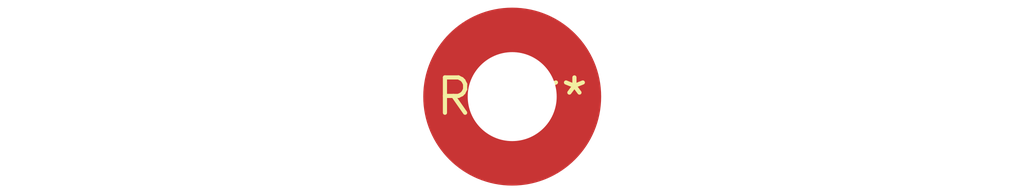
<source format=kicad_pcb>
(kicad_pcb (version 20240108) (generator pcbnew)
  (layers (0 "F.Cu" signal) (31 "B.Cu" signal) (34 "B.Paste" user) (35 "F.Paste" user) (36 "B.SilkS" user "B.Silkscreen") (37 "F.SilkS" user "F.Silkscreen") (38 "B.Mask" user) (39 "F.Mask" user) (44 "Edge.Cuts" user))
  (net 0 "")
  (footprint "MountingHole_3.2mm_M3_Pad_TopOnly" (layer "F.Cu") (at 0 0)
    (property "Reference" "REF**")
    (property "Value" "MountingHole_3.2mm_M3_Pad_TopOnly")
    (pad "1" thru_hole circle (at 0 0) (size 3.6 3.6) (drill 3.2) (layers *.Cu *.Mask) (remove_unused_layers))
    (pad "1" connect circle (at 0 0) (size 6.4 6.4) (layers "F.Cu" "F.Mask"))
  )
)
</source>
